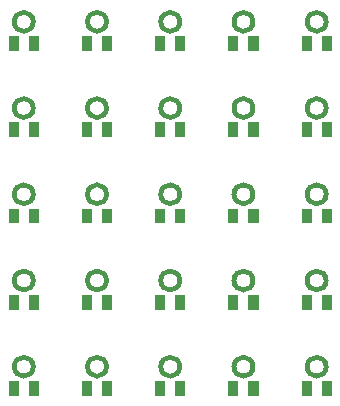
<source format=gts>
G04 #@! TF.GenerationSoftware,KiCad,Pcbnew,5.0.2-bee76a0~70~ubuntu18.04.1*
G04 #@! TF.CreationDate,2018-12-05T20:22:07+01:00*
G04 #@! TF.ProjectId,noname,6e6f6e61-6d65-42e6-9b69-6361645f7063,rev?*
G04 #@! TF.SameCoordinates,Original*
G04 #@! TF.FileFunction,Soldermask,Top*
G04 #@! TF.FilePolarity,Negative*
%FSLAX46Y46*%
G04 Gerber Fmt 4.6, Leading zero omitted, Abs format (unit mm)*
G04 Created by KiCad (PCBNEW 5.0.2-bee76a0~70~ubuntu18.04.1) date Wed 05 Dec 2018 20:22:07 CET*
%MOMM*%
%LPD*%
G01*
G04 APERTURE LIST*
%ADD10C,0.450000*%
%ADD11C,0.100000*%
G04 APERTURE END LIST*
D10*
G04 #@! TO.C,U2*
X137705000Y-121820000D02*
G75*
G03X137705000Y-121820000I-805000J0D01*
G01*
X131505000Y-121820000D02*
G75*
G03X131505000Y-121820000I-805000J0D01*
G01*
X125305000Y-121820000D02*
G75*
G03X125305000Y-121820000I-805000J0D01*
G01*
X119105000Y-121820000D02*
G75*
G03X119105000Y-121820000I-805000J0D01*
G01*
X112905000Y-121820000D02*
G75*
G03X112905000Y-121820000I-805000J0D01*
G01*
X137705000Y-114520000D02*
G75*
G03X137705000Y-114520000I-805000J0D01*
G01*
X131505000Y-114520000D02*
G75*
G03X131505000Y-114520000I-805000J0D01*
G01*
X125305000Y-114520000D02*
G75*
G03X125305000Y-114520000I-805000J0D01*
G01*
X119105000Y-114520000D02*
G75*
G03X119105000Y-114520000I-805000J0D01*
G01*
X112905000Y-114520000D02*
G75*
G03X112905000Y-114520000I-805000J0D01*
G01*
X137705000Y-107220000D02*
G75*
G03X137705000Y-107220000I-805000J0D01*
G01*
X131505000Y-107220000D02*
G75*
G03X131505000Y-107220000I-805000J0D01*
G01*
X125305000Y-107220000D02*
G75*
G03X125305000Y-107220000I-805000J0D01*
G01*
X119105000Y-107220000D02*
G75*
G03X119105000Y-107220000I-805000J0D01*
G01*
X112905000Y-107220000D02*
G75*
G03X112905000Y-107220000I-805000J0D01*
G01*
X137705000Y-99920000D02*
G75*
G03X137705000Y-99920000I-805000J0D01*
G01*
X131505000Y-99920000D02*
G75*
G03X131505000Y-99920000I-805000J0D01*
G01*
X125305000Y-99920000D02*
G75*
G03X125305000Y-99920000I-805000J0D01*
G01*
X119105000Y-99920000D02*
G75*
G03X119105000Y-99920000I-805000J0D01*
G01*
X112905000Y-99920000D02*
G75*
G03X112905000Y-99920000I-805000J0D01*
G01*
X137705000Y-92620000D02*
G75*
G03X137705000Y-92620000I-805000J0D01*
G01*
X131505000Y-92620000D02*
G75*
G03X131505000Y-92620000I-805000J0D01*
G01*
X125305000Y-92620000D02*
G75*
G03X125305000Y-92620000I-805000J0D01*
G01*
X119105000Y-92620000D02*
G75*
G03X119105000Y-92620000I-805000J0D01*
G01*
X112905000Y-92620000D02*
G75*
G03X112905000Y-92620000I-805000J0D01*
G01*
D11*
G36*
X136475800Y-124275800D02*
X135624200Y-124275800D01*
X135624200Y-123024200D01*
X136475800Y-123024200D01*
X136475800Y-124275800D01*
X136475800Y-124275800D01*
G37*
G36*
X111675800Y-124275800D02*
X110824200Y-124275800D01*
X110824200Y-123024200D01*
X111675800Y-123024200D01*
X111675800Y-124275800D01*
X111675800Y-124275800D01*
G37*
G36*
X113375800Y-124275800D02*
X112524200Y-124275800D01*
X112524200Y-123024200D01*
X113375800Y-123024200D01*
X113375800Y-124275800D01*
X113375800Y-124275800D01*
G37*
G36*
X119575800Y-124275800D02*
X118724200Y-124275800D01*
X118724200Y-123024200D01*
X119575800Y-123024200D01*
X119575800Y-124275800D01*
X119575800Y-124275800D01*
G37*
G36*
X117875800Y-124275800D02*
X117024200Y-124275800D01*
X117024200Y-123024200D01*
X117875800Y-123024200D01*
X117875800Y-124275800D01*
X117875800Y-124275800D01*
G37*
G36*
X125775800Y-124275800D02*
X124924200Y-124275800D01*
X124924200Y-123024200D01*
X125775800Y-123024200D01*
X125775800Y-124275800D01*
X125775800Y-124275800D01*
G37*
G36*
X131975800Y-124275800D02*
X131124200Y-124275800D01*
X131124200Y-123024200D01*
X131975800Y-123024200D01*
X131975800Y-124275800D01*
X131975800Y-124275800D01*
G37*
G36*
X130275800Y-124275800D02*
X129424200Y-124275800D01*
X129424200Y-123024200D01*
X130275800Y-123024200D01*
X130275800Y-124275800D01*
X130275800Y-124275800D01*
G37*
G36*
X138175800Y-124275800D02*
X137324200Y-124275800D01*
X137324200Y-123024200D01*
X138175800Y-123024200D01*
X138175800Y-124275800D01*
X138175800Y-124275800D01*
G37*
G36*
X124075800Y-124275800D02*
X123224200Y-124275800D01*
X123224200Y-123024200D01*
X124075800Y-123024200D01*
X124075800Y-124275800D01*
X124075800Y-124275800D01*
G37*
G36*
X113375800Y-116975800D02*
X112524200Y-116975800D01*
X112524200Y-115724200D01*
X113375800Y-115724200D01*
X113375800Y-116975800D01*
X113375800Y-116975800D01*
G37*
G36*
X119575800Y-116975800D02*
X118724200Y-116975800D01*
X118724200Y-115724200D01*
X119575800Y-115724200D01*
X119575800Y-116975800D01*
X119575800Y-116975800D01*
G37*
G36*
X117875800Y-116975800D02*
X117024200Y-116975800D01*
X117024200Y-115724200D01*
X117875800Y-115724200D01*
X117875800Y-116975800D01*
X117875800Y-116975800D01*
G37*
G36*
X125775800Y-116975800D02*
X124924200Y-116975800D01*
X124924200Y-115724200D01*
X125775800Y-115724200D01*
X125775800Y-116975800D01*
X125775800Y-116975800D01*
G37*
G36*
X124075800Y-116975800D02*
X123224200Y-116975800D01*
X123224200Y-115724200D01*
X124075800Y-115724200D01*
X124075800Y-116975800D01*
X124075800Y-116975800D01*
G37*
G36*
X130275800Y-116975800D02*
X129424200Y-116975800D01*
X129424200Y-115724200D01*
X130275800Y-115724200D01*
X130275800Y-116975800D01*
X130275800Y-116975800D01*
G37*
G36*
X138175800Y-116975800D02*
X137324200Y-116975800D01*
X137324200Y-115724200D01*
X138175800Y-115724200D01*
X138175800Y-116975800D01*
X138175800Y-116975800D01*
G37*
G36*
X136475800Y-116975800D02*
X135624200Y-116975800D01*
X135624200Y-115724200D01*
X136475800Y-115724200D01*
X136475800Y-116975800D01*
X136475800Y-116975800D01*
G37*
G36*
X131975800Y-116975800D02*
X131124200Y-116975800D01*
X131124200Y-115724200D01*
X131975800Y-115724200D01*
X131975800Y-116975800D01*
X131975800Y-116975800D01*
G37*
G36*
X111675800Y-116975800D02*
X110824200Y-116975800D01*
X110824200Y-115724200D01*
X111675800Y-115724200D01*
X111675800Y-116975800D01*
X111675800Y-116975800D01*
G37*
G36*
X124075800Y-109675800D02*
X123224200Y-109675800D01*
X123224200Y-108424200D01*
X124075800Y-108424200D01*
X124075800Y-109675800D01*
X124075800Y-109675800D01*
G37*
G36*
X117875800Y-109675800D02*
X117024200Y-109675800D01*
X117024200Y-108424200D01*
X117875800Y-108424200D01*
X117875800Y-109675800D01*
X117875800Y-109675800D01*
G37*
G36*
X119575800Y-109675800D02*
X118724200Y-109675800D01*
X118724200Y-108424200D01*
X119575800Y-108424200D01*
X119575800Y-109675800D01*
X119575800Y-109675800D01*
G37*
G36*
X111675800Y-109675800D02*
X110824200Y-109675800D01*
X110824200Y-108424200D01*
X111675800Y-108424200D01*
X111675800Y-109675800D01*
X111675800Y-109675800D01*
G37*
G36*
X113375800Y-109675800D02*
X112524200Y-109675800D01*
X112524200Y-108424200D01*
X113375800Y-108424200D01*
X113375800Y-109675800D01*
X113375800Y-109675800D01*
G37*
G36*
X138175800Y-109675800D02*
X137324200Y-109675800D01*
X137324200Y-108424200D01*
X138175800Y-108424200D01*
X138175800Y-109675800D01*
X138175800Y-109675800D01*
G37*
G36*
X130275800Y-109675800D02*
X129424200Y-109675800D01*
X129424200Y-108424200D01*
X130275800Y-108424200D01*
X130275800Y-109675800D01*
X130275800Y-109675800D01*
G37*
G36*
X136475800Y-109675800D02*
X135624200Y-109675800D01*
X135624200Y-108424200D01*
X136475800Y-108424200D01*
X136475800Y-109675800D01*
X136475800Y-109675800D01*
G37*
G36*
X131975800Y-109675800D02*
X131124200Y-109675800D01*
X131124200Y-108424200D01*
X131975800Y-108424200D01*
X131975800Y-109675800D01*
X131975800Y-109675800D01*
G37*
G36*
X125775800Y-109675800D02*
X124924200Y-109675800D01*
X124924200Y-108424200D01*
X125775800Y-108424200D01*
X125775800Y-109675800D01*
X125775800Y-109675800D01*
G37*
G36*
X117875800Y-102375800D02*
X117024200Y-102375800D01*
X117024200Y-101124200D01*
X117875800Y-101124200D01*
X117875800Y-102375800D01*
X117875800Y-102375800D01*
G37*
G36*
X125775800Y-102375800D02*
X124924200Y-102375800D01*
X124924200Y-101124200D01*
X125775800Y-101124200D01*
X125775800Y-102375800D01*
X125775800Y-102375800D01*
G37*
G36*
X124075800Y-102375800D02*
X123224200Y-102375800D01*
X123224200Y-101124200D01*
X124075800Y-101124200D01*
X124075800Y-102375800D01*
X124075800Y-102375800D01*
G37*
G36*
X119575800Y-102375800D02*
X118724200Y-102375800D01*
X118724200Y-101124200D01*
X119575800Y-101124200D01*
X119575800Y-102375800D01*
X119575800Y-102375800D01*
G37*
G36*
X130275800Y-102375800D02*
X129424200Y-102375800D01*
X129424200Y-101124200D01*
X130275800Y-101124200D01*
X130275800Y-102375800D01*
X130275800Y-102375800D01*
G37*
G36*
X131975800Y-102375800D02*
X131124200Y-102375800D01*
X131124200Y-101124200D01*
X131975800Y-101124200D01*
X131975800Y-102375800D01*
X131975800Y-102375800D01*
G37*
G36*
X111675800Y-102375800D02*
X110824200Y-102375800D01*
X110824200Y-101124200D01*
X111675800Y-101124200D01*
X111675800Y-102375800D01*
X111675800Y-102375800D01*
G37*
G36*
X113375800Y-102375800D02*
X112524200Y-102375800D01*
X112524200Y-101124200D01*
X113375800Y-101124200D01*
X113375800Y-102375800D01*
X113375800Y-102375800D01*
G37*
G36*
X136475800Y-102375800D02*
X135624200Y-102375800D01*
X135624200Y-101124200D01*
X136475800Y-101124200D01*
X136475800Y-102375800D01*
X136475800Y-102375800D01*
G37*
G36*
X138175800Y-102375800D02*
X137324200Y-102375800D01*
X137324200Y-101124200D01*
X138175800Y-101124200D01*
X138175800Y-102375800D01*
X138175800Y-102375800D01*
G37*
G36*
X138175800Y-95075800D02*
X137324200Y-95075800D01*
X137324200Y-93824200D01*
X138175800Y-93824200D01*
X138175800Y-95075800D01*
X138175800Y-95075800D01*
G37*
G36*
X130275800Y-95075800D02*
X129424200Y-95075800D01*
X129424200Y-93824200D01*
X130275800Y-93824200D01*
X130275800Y-95075800D01*
X130275800Y-95075800D01*
G37*
G36*
X131975800Y-95075800D02*
X131124200Y-95075800D01*
X131124200Y-93824200D01*
X131975800Y-93824200D01*
X131975800Y-95075800D01*
X131975800Y-95075800D01*
G37*
G36*
X124075800Y-95075800D02*
X123224200Y-95075800D01*
X123224200Y-93824200D01*
X124075800Y-93824200D01*
X124075800Y-95075800D01*
X124075800Y-95075800D01*
G37*
G36*
X125775800Y-95075800D02*
X124924200Y-95075800D01*
X124924200Y-93824200D01*
X125775800Y-93824200D01*
X125775800Y-95075800D01*
X125775800Y-95075800D01*
G37*
G36*
X117875800Y-95075800D02*
X117024200Y-95075800D01*
X117024200Y-93824200D01*
X117875800Y-93824200D01*
X117875800Y-95075800D01*
X117875800Y-95075800D01*
G37*
G36*
X119575800Y-95075800D02*
X118724200Y-95075800D01*
X118724200Y-93824200D01*
X119575800Y-93824200D01*
X119575800Y-95075800D01*
X119575800Y-95075800D01*
G37*
G36*
X113375800Y-95075800D02*
X112524200Y-95075800D01*
X112524200Y-93824200D01*
X113375800Y-93824200D01*
X113375800Y-95075800D01*
X113375800Y-95075800D01*
G37*
G36*
X111675800Y-95075800D02*
X110824200Y-95075800D01*
X110824200Y-93824200D01*
X111675800Y-93824200D01*
X111675800Y-95075800D01*
X111675800Y-95075800D01*
G37*
G36*
X136475800Y-95075800D02*
X135624200Y-95075800D01*
X135624200Y-93824200D01*
X136475800Y-93824200D01*
X136475800Y-95075800D01*
X136475800Y-95075800D01*
G37*
M02*

</source>
